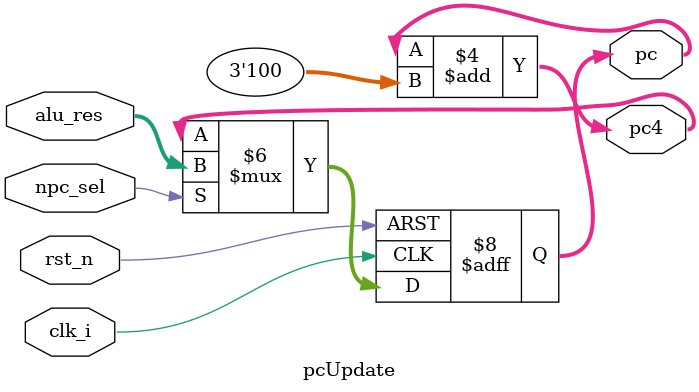
<source format=v>
module pcUpdate(
    input   wire            clk_i,
    input   wire            rst_n,
    input   wire            npc_sel,
    input   wire [31:0]     alu_res,
    output  reg  [31:0]     pc,
    output  wire [31:0]     pc4
);

// 更新pc使用时序逻辑
always @(posedge clk_i or negedge rst_n) begin
    if (~rst_n) begin
        pc <= 32'hFFFFFFFC;
    end
    else if (npc_sel == 1'b0)
        pc <= pc4;              // 如果不选择分支，设置pc为下一条指令
    else
        pc <= alu_res;          // 否则跳转到ALU指令执行结果
end

assign pc4 = pc + 3'b100;       // 下一条指令的地址

endmodule
</source>
